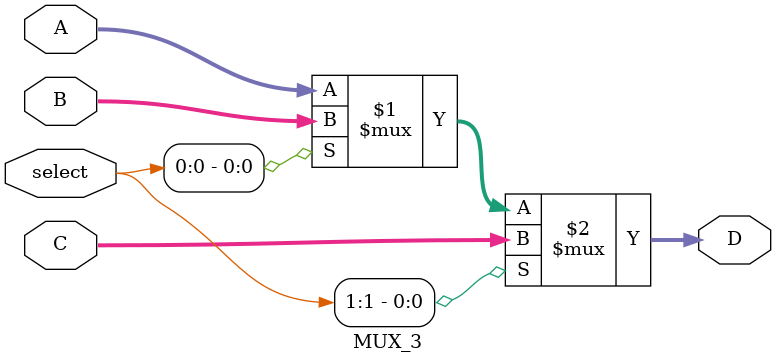
<source format=v>
`timescale 1ns/1ns
module MUX_3(input[1:0] select,input[7:0] A,B,C,output[7:0] D);
  assign D=select[1]?C:(select[0]?B:A);
endmodule
  

</source>
